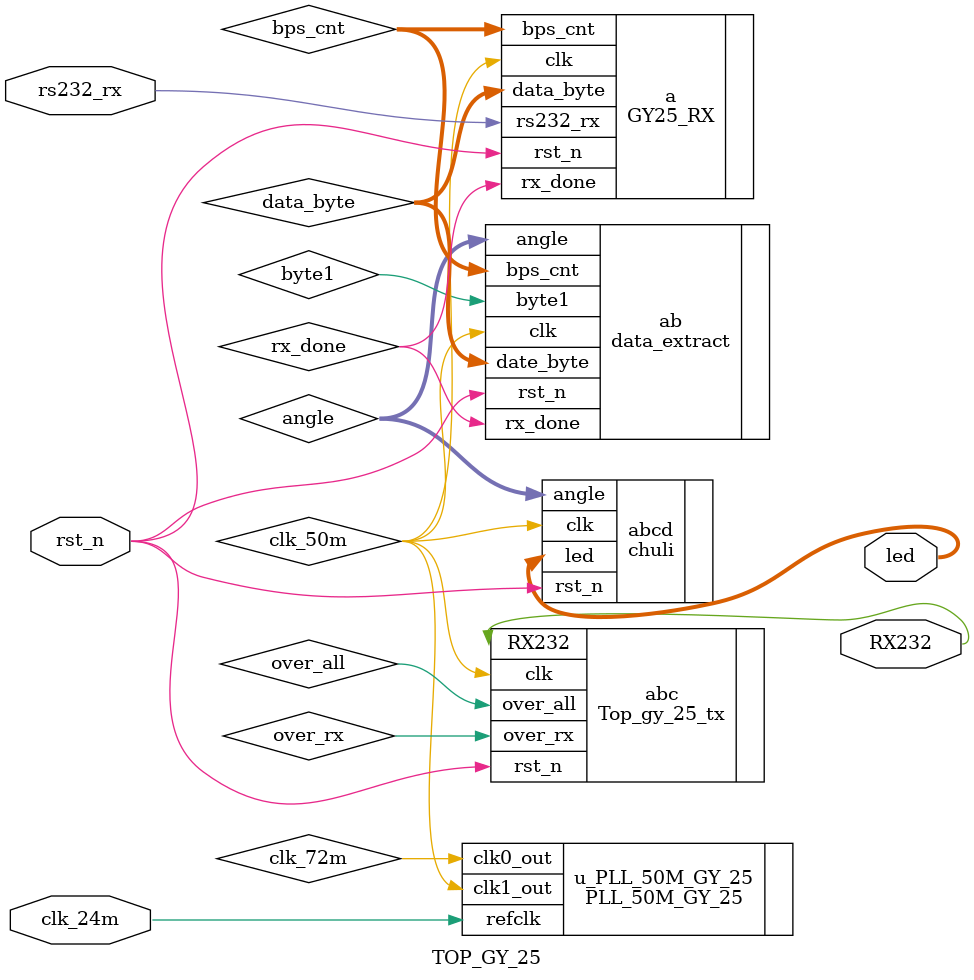
<source format=v>
module TOP_GY_25(
	input clk_24m,
	input rst_n,
	input rs232_rx,
	
	output RX232,
	output [1:0]led
    );
wire [7:0]bps_cnt;
wire [7:0]data_byte;
wire [7:0]angle;

wire		clk_72m;
wire		clk_50m;


PLL_50M_GY_25 u_PLL_50M_GY_25(
		.refclk(clk_24m),
		.clk0_out(clk_72m),
		.clk1_out(clk_50m)
	);



GY25_RX a (
    .clk(clk_50m), 
    .rst_n(rst_n), 
    .rs232_rx(rs232_rx), 
    .data_byte(data_byte), 
    .rx_done(rx_done), 
    .bps_cnt(bps_cnt)
    );

data_extract ab (
    .clk(clk_50m), 
    .rst_n(rst_n), 
    .date_byte(data_byte), 
    .angle(angle), 
    .rx_done(rx_done), 
    .bps_cnt(bps_cnt), 
    .byte1(byte1)
    );



Top_gy_25_tx abc (
    .clk(clk_50m), 
    .rst_n(rst_n), 
    .RX232(RX232), 
    .over_rx(over_rx), 
    .over_all(over_all)
    );

chuli abcd (
    .clk(clk_50m), 
    .rst_n(rst_n), 
    .angle(angle), 
    .led(led)
    );



endmodule

</source>
